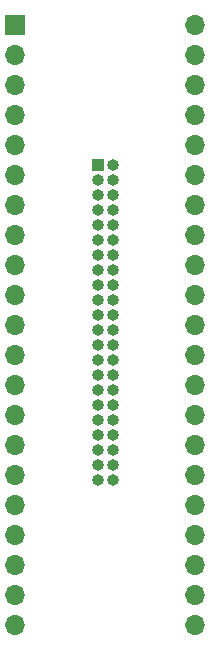
<source format=gbr>
%TF.GenerationSoftware,KiCad,Pcbnew,(6.0.1)*%
%TF.CreationDate,2022-07-30T21:00:21-07:00*%
%TF.ProjectId,M27C322-to-KM23C32000AG-adapter,4d323743-3332-4322-9d74-6f2d4b4d3233,rev?*%
%TF.SameCoordinates,Original*%
%TF.FileFunction,Soldermask,Bot*%
%TF.FilePolarity,Negative*%
%FSLAX46Y46*%
G04 Gerber Fmt 4.6, Leading zero omitted, Abs format (unit mm)*
G04 Created by KiCad (PCBNEW (6.0.1)) date 2022-07-30 21:00:21*
%MOMM*%
%LPD*%
G01*
G04 APERTURE LIST*
%ADD10R,1.000000X1.000000*%
%ADD11O,1.000000X1.000000*%
%ADD12R,1.700000X1.700000*%
%ADD13O,1.700000X1.700000*%
G04 APERTURE END LIST*
D10*
%TO.C,U1*%
X143890000Y-67360000D03*
D11*
X145160000Y-67360000D03*
X143890000Y-68630000D03*
X145160000Y-68630000D03*
X143890000Y-69900000D03*
X145160000Y-69900000D03*
X143890000Y-71170000D03*
X145160000Y-71170000D03*
X143890000Y-72440000D03*
X145160000Y-72440000D03*
X143890000Y-73710000D03*
X145160000Y-73710000D03*
X143890000Y-74980000D03*
X145160000Y-74980000D03*
X143890000Y-76250000D03*
X145160000Y-76250000D03*
X143890000Y-77520000D03*
X145160000Y-77520000D03*
X143890000Y-78790000D03*
X145160000Y-78790000D03*
X143890000Y-80060000D03*
X145160000Y-80060000D03*
X143890000Y-81330000D03*
X145160000Y-81330000D03*
X143890000Y-82600000D03*
X145160000Y-82600000D03*
X143890000Y-83870000D03*
X145160000Y-83870000D03*
X143890000Y-85140000D03*
X145160000Y-85140000D03*
X143890000Y-86410000D03*
X145160000Y-86410000D03*
X143890000Y-87680000D03*
X145160000Y-87680000D03*
X143890000Y-88950000D03*
X145160000Y-88950000D03*
X143890000Y-90220000D03*
X145160000Y-90220000D03*
X143890000Y-91490000D03*
X145160000Y-91490000D03*
X143890000Y-92760000D03*
X145160000Y-92760000D03*
X143890000Y-94030000D03*
X145160000Y-94030000D03*
%TD*%
D12*
%TO.C,U2*%
X136842000Y-55508000D03*
D13*
X136842000Y-58048000D03*
X136842000Y-60588000D03*
X136842000Y-63128000D03*
X136842000Y-65668000D03*
X136842000Y-68208000D03*
X136842000Y-70748000D03*
X136842000Y-73288000D03*
X136842000Y-75828000D03*
X136842000Y-78368000D03*
X136842000Y-80908000D03*
X136842000Y-83448000D03*
X136842000Y-85988000D03*
X136842000Y-88528000D03*
X136842000Y-91068000D03*
X136842000Y-93608000D03*
X136842000Y-96148000D03*
X136842000Y-98688000D03*
X136842000Y-101228000D03*
X136842000Y-103768000D03*
X136842000Y-106308000D03*
X152082000Y-106308000D03*
X152082000Y-103768000D03*
X152082000Y-101228000D03*
X152082000Y-98688000D03*
X152082000Y-96148000D03*
X152082000Y-93608000D03*
X152082000Y-91068000D03*
X152082000Y-88528000D03*
X152082000Y-85988000D03*
X152082000Y-83448000D03*
X152082000Y-80908000D03*
X152082000Y-78368000D03*
X152082000Y-75828000D03*
X152082000Y-73288000D03*
X152082000Y-70748000D03*
X152082000Y-68208000D03*
X152082000Y-65668000D03*
X152082000Y-63128000D03*
X152082000Y-60588000D03*
X152082000Y-58048000D03*
X152082000Y-55508000D03*
%TD*%
M02*

</source>
